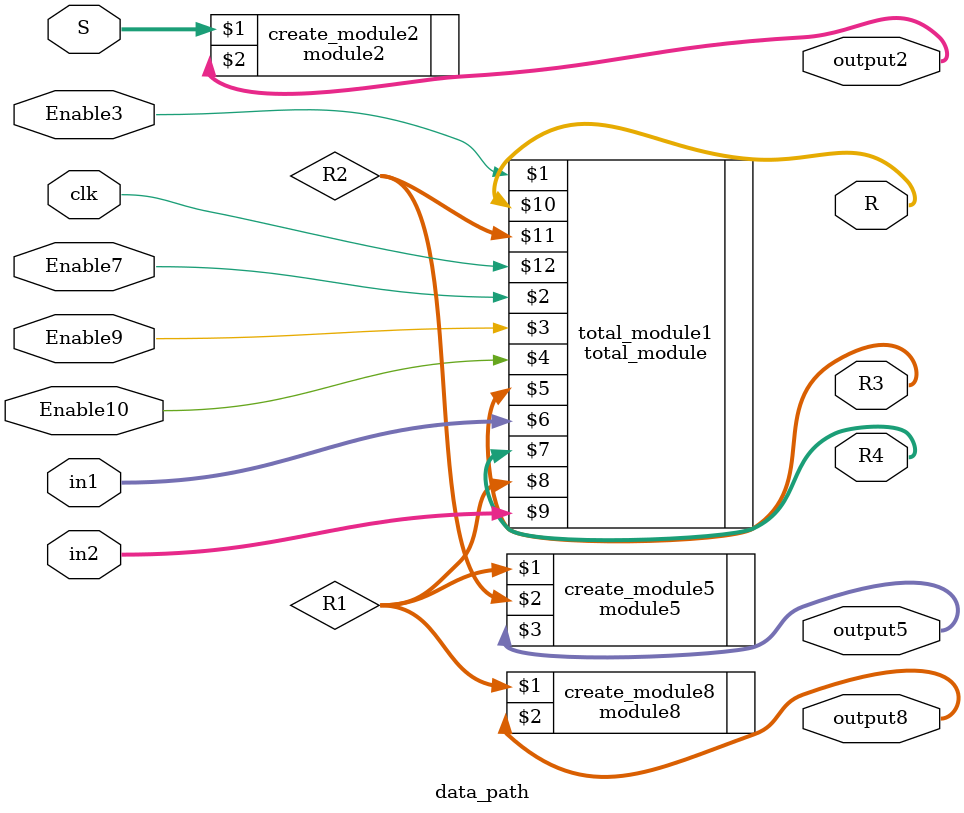
<source format=v>
module data_path(R3, in1, R4, in2, R, S, output2, Enable3, output5, Enable7, output8, Enable9, Enable10, clk);
input Enable3, Enable7, Enable9, Enable10;
output [31:0] output2, output5, output8;
input clk;
input [31:0] in1;
input [31:0] in2;
input [31:0] S;
output [31:0] R3;
output [31:0] R4;
output [31:0] R;
wire [31:0] R1;
wire [31:0] R2;
module2 create_module2(S, output2);
module5 create_module5(R1, R2, output5);
module8 create_module8(R1, output8);
total_module total_module1(Enable3, Enable7, Enable9, Enable10, R3, in1, R4, R1, in2, R, R2, clk);
endmodule
</source>
